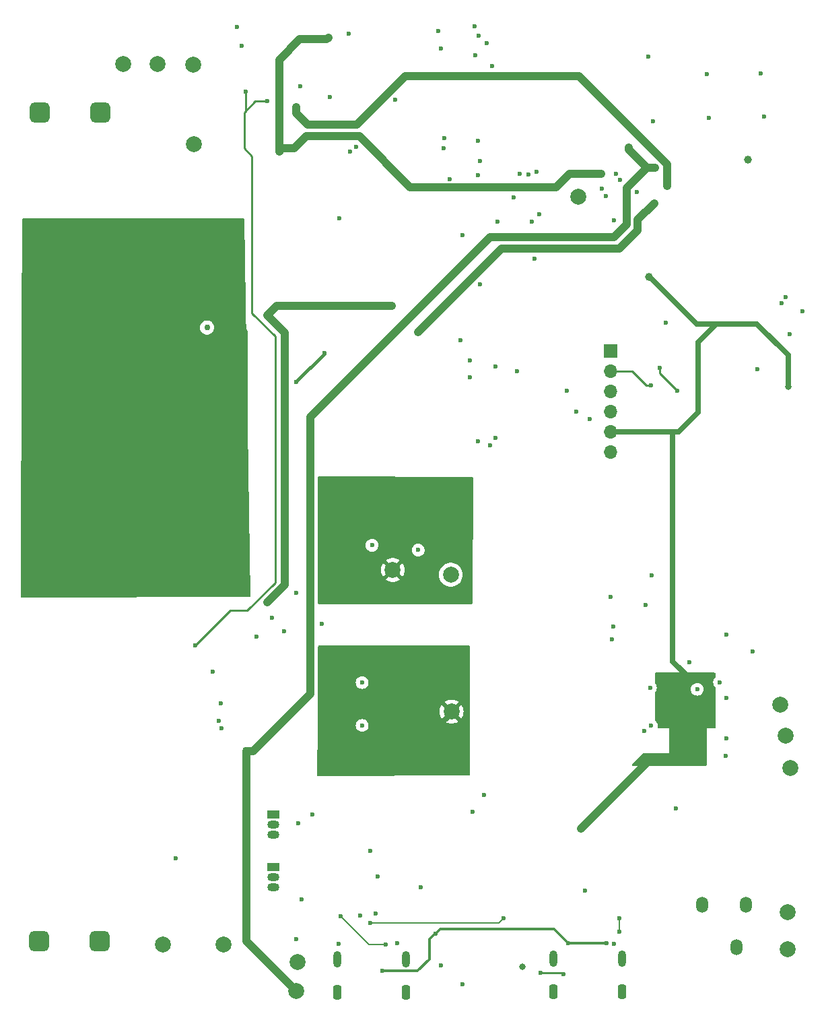
<source format=gbr>
%TF.GenerationSoftware,KiCad,Pcbnew,8.0.4*%
%TF.CreationDate,2025-01-31T21:40:56-05:00*%
%TF.ProjectId,Radiation,52616469-6174-4696-9f6e-2e6b69636164,rev?*%
%TF.SameCoordinates,Original*%
%TF.FileFunction,Copper,L3,Inr*%
%TF.FilePolarity,Positive*%
%FSLAX46Y46*%
G04 Gerber Fmt 4.6, Leading zero omitted, Abs format (unit mm)*
G04 Created by KiCad (PCBNEW 8.0.4) date 2025-01-31 21:40:56*
%MOMM*%
%LPD*%
G01*
G04 APERTURE LIST*
G04 Aperture macros list*
%AMRoundRect*
0 Rectangle with rounded corners*
0 $1 Rounding radius*
0 $2 $3 $4 $5 $6 $7 $8 $9 X,Y pos of 4 corners*
0 Add a 4 corners polygon primitive as box body*
4,1,4,$2,$3,$4,$5,$6,$7,$8,$9,$2,$3,0*
0 Add four circle primitives for the rounded corners*
1,1,$1+$1,$2,$3*
1,1,$1+$1,$4,$5*
1,1,$1+$1,$6,$7*
1,1,$1+$1,$8,$9*
0 Add four rect primitives between the rounded corners*
20,1,$1+$1,$2,$3,$4,$5,0*
20,1,$1+$1,$4,$5,$6,$7,0*
20,1,$1+$1,$6,$7,$8,$9,0*
20,1,$1+$1,$8,$9,$2,$3,0*%
G04 Aperture macros list end*
%TA.AperFunction,ComponentPad*%
%ADD10O,1.000000X2.100000*%
%TD*%
%TA.AperFunction,ComponentPad*%
%ADD11RoundRect,0.250000X-0.250000X-0.650000X0.250000X-0.650000X0.250000X0.650000X-0.250000X0.650000X0*%
%TD*%
%TA.AperFunction,ComponentPad*%
%ADD12O,1.498600X2.006600*%
%TD*%
%TA.AperFunction,ComponentPad*%
%ADD13C,2.000000*%
%TD*%
%TA.AperFunction,ComponentPad*%
%ADD14R,1.500000X1.050000*%
%TD*%
%TA.AperFunction,ComponentPad*%
%ADD15O,1.500000X1.050000*%
%TD*%
%TA.AperFunction,ComponentPad*%
%ADD16RoundRect,0.635000X0.635000X-0.635000X0.635000X0.635000X-0.635000X0.635000X-0.635000X-0.635000X0*%
%TD*%
%TA.AperFunction,ComponentPad*%
%ADD17R,1.700000X1.700000*%
%TD*%
%TA.AperFunction,ComponentPad*%
%ADD18O,1.700000X1.700000*%
%TD*%
%TA.AperFunction,ViaPad*%
%ADD19C,1.000000*%
%TD*%
%TA.AperFunction,ViaPad*%
%ADD20C,0.600000*%
%TD*%
%TA.AperFunction,ViaPad*%
%ADD21C,0.800000*%
%TD*%
%TA.AperFunction,ViaPad*%
%ADD22C,0.762000*%
%TD*%
%TA.AperFunction,ViaPad*%
%ADD23C,0.889000*%
%TD*%
%TA.AperFunction,ViaPad*%
%ADD24C,1.100000*%
%TD*%
%TA.AperFunction,Conductor*%
%ADD25C,1.000000*%
%TD*%
%TA.AperFunction,Conductor*%
%ADD26C,0.700000*%
%TD*%
%TA.AperFunction,Conductor*%
%ADD27C,0.500000*%
%TD*%
%TA.AperFunction,Conductor*%
%ADD28C,0.762000*%
%TD*%
%TA.AperFunction,Conductor*%
%ADD29C,0.254000*%
%TD*%
%TA.AperFunction,Conductor*%
%ADD30C,0.400000*%
%TD*%
%TA.AperFunction,Conductor*%
%ADD31C,0.200000*%
%TD*%
%TA.AperFunction,Conductor*%
%ADD32C,0.300000*%
%TD*%
G04 APERTURE END LIST*
D10*
%TO.N,/MCU/SHELL_GND*%
%TO.C,J1*%
X106280000Y-179920000D03*
X114920000Y-179920000D03*
D11*
X106280000Y-184100000D03*
X114920000Y-184100000D03*
%TD*%
D12*
%TO.N,AGND*%
%TO.C,J3*%
X129300124Y-178500000D03*
%TO.N,/Audio/OUTL*%
X125049942Y-173199998D03*
%TO.N,/Audio/OUTR*%
X130549941Y-173199998D03*
%TD*%
D10*
%TO.N,/MCU/SHELL_GND*%
%TO.C,J2*%
X79102500Y-180020000D03*
X87742500Y-180020000D03*
D11*
X79102500Y-184200000D03*
X87742500Y-184200000D03*
%TD*%
D13*
%TO.N,+3.3V*%
%TO.C,3.3V1*%
X86100000Y-131100000D03*
%TD*%
D14*
%TO.N,/GPIO0*%
%TO.C,Q2*%
X71040000Y-168430000D03*
D15*
%TO.N,Net-(Q2-G)*%
X71040000Y-169700000D03*
%TO.N,Net-(Q2-S)*%
X71040000Y-170970000D03*
%TD*%
D13*
%TO.N,Net-(JP1-A)*%
%TO.C,TP5*%
X61000000Y-67600000D03*
%TD*%
%TO.N,+500V*%
%TO.C,TP3*%
X56500000Y-67500000D03*
%TD*%
%TO.N,+5V*%
%TO.C,5V1*%
X93500000Y-148900000D03*
%TD*%
D16*
%TO.N,Net-(F1-Pad1)*%
%TO.C,F1*%
X41642500Y-177727500D03*
X49262500Y-177727500D03*
%TO.N,GND*%
X41737500Y-73577500D03*
X49357500Y-73577500D03*
%TD*%
D13*
%TO.N,Net-(D1-K)*%
%TO.C,HI-V1*%
X61100000Y-77600000D03*
%TD*%
%TO.N,Net-(Q1-G)*%
%TO.C,TP8*%
X52200000Y-67500000D03*
%TD*%
%TO.N,/I2S_LRCK*%
%TO.C,LRCK*%
X134800000Y-148000000D03*
%TD*%
%TO.N,/I2S_DOUT*%
%TO.C,DOUT1*%
X135500000Y-151900000D03*
%TD*%
%TO.N,/Audio/OUTR*%
%TO.C,OUT R*%
X135800000Y-174100000D03*
%TD*%
%TO.N,VHIGH*%
%TO.C,VHIGH1*%
X93400000Y-131700000D03*
%TD*%
%TO.N,/PWM*%
%TO.C,PWM1*%
X109400000Y-84200000D03*
%TD*%
D14*
%TO.N,Net-(Q3-D)*%
%TO.C,Q3*%
X71115000Y-161860000D03*
D15*
%TO.N,Net-(Q3-G)*%
X71115000Y-163130000D03*
%TO.N,/EN*%
X71115000Y-164400000D03*
%TD*%
D13*
%TO.N,/Audio/OUTL*%
%TO.C,OUT L*%
X135800000Y-178800000D03*
%TD*%
D17*
%TO.N,/CS*%
%TO.C,J5*%
X113500000Y-103560000D03*
D18*
%TO.N,/MOSI*%
X113500000Y-106100000D03*
%TO.N,/MISO*%
X113500000Y-108640000D03*
%TO.N,/SCK*%
X113500000Y-111180000D03*
%TO.N,+3.3V*%
X113500000Y-113720000D03*
%TO.N,GND*%
X113500000Y-116260000D03*
%TD*%
D13*
%TO.N,VBUS*%
%TO.C,VBUS1*%
X74000000Y-184037500D03*
%TD*%
%TO.N,/VSTAT*%
%TO.C,STAT1*%
X74122500Y-180400000D03*
%TD*%
%TO.N,Net-(Q4-C)*%
%TO.C,LS1*%
X64800000Y-178200000D03*
%TO.N,+3.3V*%
X57200000Y-178200000D03*
%TD*%
%TO.N,/I2S_BCK*%
%TO.C,BCK*%
X136100000Y-156000000D03*
%TD*%
D19*
%TO.N,+3.3V*%
X81200000Y-120300000D03*
D20*
%TO.N,AGND*%
X128100000Y-152300000D03*
D19*
%TO.N,VBUS*%
X115800000Y-78000000D03*
D20*
%TO.N,GND*%
X118200000Y-66600000D03*
X125600000Y-68800000D03*
D19*
X130800000Y-79500000D03*
D20*
X79322500Y-178100000D03*
X82250000Y-145250000D03*
X89600000Y-171000000D03*
X80600000Y-63700000D03*
X113900000Y-178100000D03*
X96400000Y-62800000D03*
X74600000Y-172500000D03*
X136028401Y-101500000D03*
X86622500Y-178000000D03*
X83500000Y-128000000D03*
X58800000Y-167300000D03*
X132800000Y-74100000D03*
X69000000Y-139500000D03*
X83922500Y-174300000D03*
X120400000Y-100000000D03*
X110300000Y-171400000D03*
X131928401Y-105900000D03*
X73922500Y-177500000D03*
X94850000Y-89000000D03*
X64600000Y-151000000D03*
X63500000Y-143900000D03*
D21*
X102400000Y-181000000D03*
D20*
X82250000Y-150650000D03*
X67100000Y-65200000D03*
D22*
X62742500Y-100642500D03*
D20*
X132400000Y-68700000D03*
X92177500Y-180800000D03*
X86400000Y-71970000D03*
X64500000Y-147900000D03*
X83300000Y-166400000D03*
X113500000Y-134500000D03*
X125900000Y-74300000D03*
D19*
%TO.N,+5V*%
X86000000Y-97900000D03*
D20*
X80800000Y-151300000D03*
X88900000Y-152700000D03*
D19*
X70300000Y-99100000D03*
X89300000Y-101200000D03*
X119000000Y-85000000D03*
D20*
X70400000Y-135150000D03*
%TO.N,/MCU/SHELL_GND*%
X94900000Y-183200000D03*
D23*
%TO.N,+500V*%
X55200000Y-90500000D03*
D19*
X67400000Y-133400000D03*
D20*
%TO.N,/MCU/RX_LED*%
X113800000Y-138200000D03*
X97600000Y-159400000D03*
%TO.N,/MCU/TX_LED*%
X113700000Y-139800000D03*
X96100000Y-161500000D03*
%TO.N,Net-(Q1-G)*%
X66500000Y-62900000D03*
X101300000Y-84300000D03*
X91800000Y-63400000D03*
X92200000Y-65600000D03*
%TO.N,/MOSI*%
X118600000Y-107900000D03*
X101700000Y-106100000D03*
%TO.N,/I2S_LRCK*%
X103200000Y-81400000D03*
X135000000Y-97600000D03*
%TO.N,/I2S_DOUT*%
X135500000Y-96800000D03*
X104200000Y-81100000D03*
%TO.N,/I2S_BCK*%
X102100000Y-81300000D03*
X137600000Y-98600000D03*
%TO.N,/MUTE*%
X118700000Y-131800000D03*
X124400000Y-146100000D03*
%TO.N,/MISO*%
X108000000Y-108600000D03*
%TO.N,/CS*%
X119700000Y-105700000D03*
X121900000Y-108600000D03*
X99000000Y-105500000D03*
X99000000Y-114500000D03*
%TO.N,/Audio/OUTL*%
X121700000Y-161100000D03*
X123400000Y-142725000D03*
%TO.N,Net-(Q3-G)*%
X74200000Y-162900000D03*
%TO.N,/EN*%
X114700000Y-82100000D03*
X81500000Y-77900000D03*
X96800000Y-81500000D03*
X112900000Y-84100000D03*
%TO.N,Net-(Q3-D)*%
X76000000Y-161800000D03*
%TO.N,/GPIO15*%
X97900000Y-64900000D03*
X78200000Y-71700000D03*
%TO.N,/GPIO16*%
X74500000Y-70300000D03*
X96900000Y-64000000D03*
%TO.N,VHIGH*%
X64200000Y-150100000D03*
X77200000Y-137900000D03*
X89300000Y-128600000D03*
%TO.N,/VSTAT*%
X72400000Y-138800000D03*
X79400000Y-86900000D03*
%TO.N,/BEEP*%
X77500000Y-103800000D03*
X80700000Y-78500000D03*
X74000000Y-107500000D03*
X74000000Y-134000000D03*
X70900000Y-137100000D03*
%TO.N,/SCK*%
X109200000Y-111180000D03*
%TO.N,Net-(J1-CC2)*%
X104700000Y-181700000D03*
X107600000Y-181900000D03*
%TO.N,Net-(J2-CC2)*%
X85222500Y-178200000D03*
X79522500Y-174600000D03*
%TO.N,Net-(U4-IO35)*%
X97100000Y-79700000D03*
X110850000Y-112150000D03*
X92500000Y-78100000D03*
%TO.N,/MCU/TX*%
X96500000Y-66400000D03*
X96800000Y-114900000D03*
%TO.N,/MCU/RX*%
X98600000Y-67800000D03*
X98300000Y-115400000D03*
%TO.N,Net-(U4-IO36)*%
X92600000Y-76800000D03*
X96800000Y-77200000D03*
D19*
%TO.N,+3.3V*%
X109800000Y-163600000D03*
D20*
X123300000Y-144600000D03*
D19*
X123200000Y-154700000D03*
D20*
X100000000Y-174900000D03*
X88300000Y-83000000D03*
D19*
X71800000Y-78500000D03*
D21*
X135828401Y-108100000D03*
D19*
X118300000Y-94300000D03*
X78000000Y-64200000D03*
D20*
X124000000Y-149300000D03*
X121200000Y-149100000D03*
X83300369Y-175455381D03*
X112300000Y-81300000D03*
%TO.N,/USB_D+*%
X95800000Y-106900000D03*
X114600000Y-174900000D03*
X114600000Y-176600000D03*
X95800000Y-104800000D03*
%TO.N,/GPIO0*%
X93300000Y-82000000D03*
X113900000Y-87200000D03*
X99300000Y-87300000D03*
X116800000Y-83600000D03*
X103600000Y-87300000D03*
D24*
%TO.N,VBUS*%
X67700000Y-153900000D03*
D20*
X91500000Y-176800000D03*
X84800000Y-181500000D03*
D19*
X119075000Y-80525000D03*
D20*
X108200000Y-178000000D03*
X113000000Y-178000000D03*
%TO.N,+VBAT*%
X67600000Y-71000000D03*
X61300000Y-140600000D03*
D19*
X120600000Y-82800000D03*
D20*
X70300000Y-72200000D03*
X74000000Y-72900000D03*
%TO.N,/GPIO46*%
X97100000Y-95200000D03*
X103900000Y-92000000D03*
X112400000Y-83200000D03*
X94600000Y-102200000D03*
X114200000Y-81300000D03*
X104500000Y-86400000D03*
%TO.N,Net-(U5-3V3OUT)*%
X82001765Y-174520735D03*
X84200000Y-169600000D03*
%TO.N,AGND*%
X117700000Y-151300000D03*
X131362500Y-141325000D03*
X128000000Y-154500000D03*
X117900000Y-135500000D03*
X128100000Y-147200000D03*
X118500000Y-145900000D03*
X118600000Y-150700000D03*
X128062500Y-139225000D03*
X127200000Y-145200000D03*
%TO.N,GND*%
X118800000Y-74700000D03*
%TD*%
D25*
%TO.N,VBUS*%
X115800000Y-78000000D02*
X115800000Y-78250000D01*
X115800000Y-78250000D02*
X118075000Y-80525000D01*
X119075000Y-80525000D02*
X118925000Y-80525000D01*
D26*
%TO.N,+3.3V*%
X121300000Y-113720000D02*
X113500000Y-113720000D01*
X121900000Y-113720000D02*
X121300000Y-113720000D01*
X121300000Y-113720000D02*
X121300000Y-142600000D01*
X121300000Y-142600000D02*
X123300000Y-144600000D01*
D25*
%TO.N,+5V*%
X89400000Y-101100000D02*
X89300000Y-101200000D01*
D27*
X88900000Y-152700000D02*
X82100000Y-152700000D01*
X82100000Y-152700000D02*
X80800000Y-151400000D01*
D25*
X71500000Y-97900000D02*
X86000000Y-97900000D01*
D27*
X80800000Y-151400000D02*
X80800000Y-151300000D01*
D25*
X116900000Y-87100000D02*
X116900000Y-88400000D01*
X70300000Y-99100000D02*
X71500000Y-97900000D01*
X72500000Y-133000000D02*
X72500000Y-101300000D01*
D27*
X80700000Y-151300000D02*
X80750000Y-151350000D01*
D25*
X70300000Y-135200000D02*
X72500000Y-133000000D01*
X99800000Y-90700000D02*
X89400000Y-101100000D01*
D27*
X90000000Y-152700000D02*
X88900000Y-152700000D01*
D25*
X114600000Y-90700000D02*
X99800000Y-90700000D01*
D27*
X93600000Y-149100000D02*
X90000000Y-152700000D01*
D25*
X119000000Y-85000000D02*
X116900000Y-87100000D01*
X116900000Y-88400000D02*
X114600000Y-90700000D01*
X72500000Y-101300000D02*
X70300000Y-99100000D01*
D27*
X80800000Y-151300000D02*
X80700000Y-151300000D01*
D28*
%TO.N,+500V*%
X67400000Y-101100000D02*
X67400000Y-133400000D01*
X60200000Y-93900000D02*
X67400000Y-101100000D01*
X55200000Y-90500000D02*
X58600000Y-93900000D01*
X58600000Y-93900000D02*
X60200000Y-93900000D01*
D29*
%TO.N,/MOSI*%
X118600000Y-107900000D02*
X118000000Y-107900000D01*
X116200000Y-106100000D02*
X113500000Y-106100000D01*
X118000000Y-107900000D02*
X116200000Y-106100000D01*
%TO.N,/CS*%
X119700000Y-105700000D02*
X119700000Y-106400000D01*
X119700000Y-106400000D02*
X121900000Y-108600000D01*
D30*
%TO.N,/BEEP*%
X77500000Y-103800000D02*
X77500000Y-103900000D01*
X77500000Y-103900000D02*
X74000000Y-107400000D01*
X74000000Y-107400000D02*
X74000000Y-107500000D01*
D29*
%TO.N,Net-(J1-CC2)*%
X107400000Y-181700000D02*
X107600000Y-181900000D01*
X104700000Y-181700000D02*
X107400000Y-181700000D01*
D31*
%TO.N,Net-(J2-CC2)*%
X85222500Y-178200000D02*
X83122500Y-178200000D01*
X83122500Y-178200000D02*
X79522500Y-174600000D01*
D25*
%TO.N,+3.3V*%
X108300000Y-81300000D02*
X112300000Y-81300000D01*
D26*
X126800000Y-100200000D02*
X124300000Y-100200000D01*
D25*
X88300000Y-83000000D02*
X106600000Y-83000000D01*
X71800000Y-67000000D02*
X74400000Y-64400000D01*
X74400000Y-64400000D02*
X77800000Y-64400000D01*
X72200000Y-78100000D02*
X73700000Y-78100000D01*
X81900000Y-76600000D02*
X88300000Y-83000000D01*
X77800000Y-64400000D02*
X78000000Y-64200000D01*
D26*
X124500000Y-111300000D02*
X122080000Y-113720000D01*
X131900000Y-100200000D02*
X135828401Y-104128401D01*
X135828401Y-104128401D02*
X135828401Y-108100000D01*
D25*
X71800000Y-78500000D02*
X72200000Y-78100000D01*
X118700000Y-154700000D02*
X123200000Y-154700000D01*
X109800000Y-163600000D02*
X118700000Y-154700000D01*
D26*
X131900000Y-100200000D02*
X126800000Y-100200000D01*
D31*
X99444619Y-175455381D02*
X100000000Y-174900000D01*
D25*
X71800000Y-78500000D02*
X71800000Y-67000000D01*
D26*
X126800000Y-100200000D02*
X124500000Y-102500000D01*
D31*
X83300369Y-175455381D02*
X99444619Y-175455381D01*
D25*
X73700000Y-78100000D02*
X75200000Y-76600000D01*
D29*
X123800000Y-149100000D02*
X123900000Y-149200000D01*
X121200000Y-149100000D02*
X123800000Y-149100000D01*
D25*
X106600000Y-83000000D02*
X108300000Y-81300000D01*
D26*
X124300000Y-100200000D02*
X118300000Y-94200000D01*
D25*
X75200000Y-76600000D02*
X81900000Y-76600000D01*
D26*
X124500000Y-102500000D02*
X124500000Y-111300000D01*
X122080000Y-113720000D02*
X121900000Y-113720000D01*
D31*
%TO.N,/USB_D+*%
X114600000Y-174900000D02*
X114600000Y-175000000D01*
X114600000Y-176600000D02*
X114600000Y-174900000D01*
D32*
%TO.N,VBUS*%
X108200000Y-178000000D02*
X106400000Y-176200000D01*
D25*
X115500000Y-83100000D02*
X115500000Y-87700000D01*
D32*
X90700000Y-177522500D02*
X90700000Y-180000000D01*
D25*
X75700000Y-146700000D02*
X68500000Y-153900000D01*
X75700000Y-111900000D02*
X75700000Y-146700000D01*
D32*
X90700000Y-180000000D02*
X89200000Y-181500000D01*
D25*
X113900000Y-89300000D02*
X98300000Y-89300000D01*
X68500000Y-153900000D02*
X67700000Y-153900000D01*
D32*
X91500000Y-176800000D02*
X91422500Y-176800000D01*
D25*
X67700000Y-153900000D02*
X67700000Y-177737500D01*
X115500000Y-87700000D02*
X113900000Y-89300000D01*
X118075000Y-80525000D02*
X115500000Y-83100000D01*
D32*
X92100000Y-176200000D02*
X91500000Y-176800000D01*
X106400000Y-176200000D02*
X92100000Y-176200000D01*
X89200000Y-181500000D02*
X84800000Y-181500000D01*
D25*
X67700000Y-177737500D02*
X74000000Y-184037500D01*
D32*
X91422500Y-176800000D02*
X90700000Y-177522500D01*
X108200000Y-178000000D02*
X113000000Y-178000000D01*
D25*
X98300000Y-89300000D02*
X75700000Y-111900000D01*
X119075000Y-80525000D02*
X118075000Y-80525000D01*
D29*
%TO.N,+VBAT*%
X67600000Y-73400000D02*
X67400000Y-73600000D01*
D25*
X87700000Y-69000000D02*
X81600000Y-75100000D01*
D29*
X68800000Y-72200000D02*
X70300000Y-72200000D01*
X68400000Y-98800000D02*
X68400000Y-79100000D01*
D25*
X109500000Y-69000000D02*
X87700000Y-69000000D01*
D29*
X67400000Y-78100000D02*
X67400000Y-73600000D01*
X67400000Y-73600000D02*
X68800000Y-72200000D01*
X71300000Y-132700000D02*
X71300000Y-101700000D01*
D25*
X120600000Y-82800000D02*
X120600000Y-80100000D01*
D29*
X61300000Y-140600000D02*
X65700000Y-136200000D01*
D25*
X120600000Y-80100000D02*
X109500000Y-69000000D01*
X75400000Y-75100000D02*
X74000000Y-73700000D01*
D29*
X68400000Y-79100000D02*
X67400000Y-78100000D01*
X65700000Y-136200000D02*
X67800000Y-136200000D01*
D25*
X81600000Y-75100000D02*
X75400000Y-75100000D01*
X74000000Y-73700000D02*
X74000000Y-72900000D01*
D29*
X67800000Y-136200000D02*
X71300000Y-132700000D01*
X71300000Y-101700000D02*
X68400000Y-98800000D01*
X67600000Y-71000000D02*
X67600000Y-73400000D01*
%TD*%
%TA.AperFunction,Conductor*%
%TO.N,+500V*%
G36*
X67345106Y-86919685D02*
G01*
X67390861Y-86972489D01*
X67402049Y-87021916D01*
X68197888Y-134374351D01*
X68179333Y-134441712D01*
X68127306Y-134488348D01*
X68074335Y-134500434D01*
X39424951Y-134599567D01*
X39357844Y-134580115D01*
X39311907Y-134527469D01*
X39300523Y-134475052D01*
X39442379Y-100642500D01*
X61856144Y-100642500D01*
X61875513Y-100826786D01*
X61875514Y-100826788D01*
X61932774Y-101003014D01*
X62005843Y-101129574D01*
X62025423Y-101163487D01*
X62068612Y-101211454D01*
X62149406Y-101301186D01*
X62149409Y-101301188D01*
X62149412Y-101301191D01*
X62289219Y-101402767D01*
X62299322Y-101410107D01*
X62468595Y-101485473D01*
X62468598Y-101485473D01*
X62468601Y-101485475D01*
X62649851Y-101524000D01*
X62835149Y-101524000D01*
X63016399Y-101485475D01*
X63016402Y-101485473D01*
X63016404Y-101485473D01*
X63073422Y-101460086D01*
X63185678Y-101410107D01*
X63335588Y-101301191D01*
X63459577Y-101163487D01*
X63552226Y-101003013D01*
X63609487Y-100826784D01*
X63628856Y-100642500D01*
X63609487Y-100458216D01*
X63552226Y-100281987D01*
X63459577Y-100121513D01*
X63411014Y-100067578D01*
X63335593Y-99983813D01*
X63335590Y-99983811D01*
X63335589Y-99983810D01*
X63335588Y-99983809D01*
X63185678Y-99874893D01*
X63185677Y-99874892D01*
X63016404Y-99799526D01*
X63016396Y-99799524D01*
X62835149Y-99761000D01*
X62649851Y-99761000D01*
X62468603Y-99799524D01*
X62468595Y-99799526D01*
X62299322Y-99874892D01*
X62149409Y-99983811D01*
X62149406Y-99983813D01*
X62025422Y-100121514D01*
X61932774Y-100281985D01*
X61875514Y-100458211D01*
X61875513Y-100458213D01*
X61856144Y-100642500D01*
X39442379Y-100642500D01*
X39499482Y-87023479D01*
X39519448Y-86956524D01*
X39572443Y-86910991D01*
X39623481Y-86900000D01*
X67278067Y-86900000D01*
X67345106Y-86919685D01*
G37*
%TD.AperFunction*%
%TD*%
%TA.AperFunction,Conductor*%
%TO.N,+3.3V*%
G36*
X125600000Y-151000000D02*
G01*
X125600000Y-155576000D01*
X125580315Y-155643039D01*
X125527511Y-155688794D01*
X125476000Y-155700000D01*
X116299362Y-155700000D01*
X116232323Y-155680315D01*
X116186568Y-155627511D01*
X116176624Y-155558353D01*
X116205649Y-155494797D01*
X116211681Y-155488319D01*
X117563681Y-154136319D01*
X117625004Y-154102834D01*
X117651362Y-154100000D01*
X120900000Y-154100000D01*
X120900000Y-151000000D01*
X120900000Y-150900000D01*
X125600000Y-150900000D01*
X125600000Y-151000000D01*
G37*
%TD.AperFunction*%
%TD*%
%TA.AperFunction,Conductor*%
%TO.N,+3.3V*%
G36*
X126643039Y-144019685D02*
G01*
X126688794Y-144072489D01*
X126700000Y-144124000D01*
X126700000Y-144516560D01*
X126680315Y-144583599D01*
X126663681Y-144604241D01*
X126570184Y-144697737D01*
X126474211Y-144850476D01*
X126414631Y-145020745D01*
X126414630Y-145020750D01*
X126394435Y-145199996D01*
X126394435Y-145200003D01*
X126414630Y-145379249D01*
X126414631Y-145379254D01*
X126474211Y-145549523D01*
X126570184Y-145702262D01*
X126663681Y-145795759D01*
X126697166Y-145857082D01*
X126700000Y-145883440D01*
X126700000Y-150876000D01*
X126680315Y-150943039D01*
X126627511Y-150988794D01*
X126576000Y-151000000D01*
X125600000Y-151000000D01*
X125600000Y-150900000D01*
X120900000Y-150900000D01*
X120900000Y-151000000D01*
X119510520Y-151000000D01*
X119443481Y-150980315D01*
X119397726Y-150927511D01*
X119387300Y-150862117D01*
X119405565Y-150700003D01*
X119405565Y-150699996D01*
X119385369Y-150520750D01*
X119385368Y-150520745D01*
X119325788Y-150350476D01*
X119229815Y-150197737D01*
X119136319Y-150104241D01*
X119102834Y-150042918D01*
X119100000Y-150016560D01*
X119100000Y-146483039D01*
X119119685Y-146416000D01*
X119127055Y-146405724D01*
X119129810Y-146402267D01*
X119129816Y-146402262D01*
X119225789Y-146249522D01*
X119278110Y-146099996D01*
X123594435Y-146099996D01*
X123594435Y-146100003D01*
X123614630Y-146279249D01*
X123614631Y-146279254D01*
X123674211Y-146449523D01*
X123695271Y-146483039D01*
X123770184Y-146602262D01*
X123897738Y-146729816D01*
X124050478Y-146825789D01*
X124220745Y-146885368D01*
X124220750Y-146885369D01*
X124399996Y-146905565D01*
X124400000Y-146905565D01*
X124400004Y-146905565D01*
X124579249Y-146885369D01*
X124579252Y-146885368D01*
X124579255Y-146885368D01*
X124749522Y-146825789D01*
X124902262Y-146729816D01*
X125029816Y-146602262D01*
X125125789Y-146449522D01*
X125185368Y-146279255D01*
X125205565Y-146100000D01*
X125192649Y-145985368D01*
X125185369Y-145920750D01*
X125185368Y-145920745D01*
X125163091Y-145857082D01*
X125125789Y-145750478D01*
X125107106Y-145720745D01*
X125029815Y-145597737D01*
X124902262Y-145470184D01*
X124749523Y-145374211D01*
X124579254Y-145314631D01*
X124579249Y-145314630D01*
X124400004Y-145294435D01*
X124399996Y-145294435D01*
X124220750Y-145314630D01*
X124220745Y-145314631D01*
X124050476Y-145374211D01*
X123897737Y-145470184D01*
X123770184Y-145597737D01*
X123674211Y-145750476D01*
X123614631Y-145920745D01*
X123614630Y-145920750D01*
X123594435Y-146099996D01*
X119278110Y-146099996D01*
X119285368Y-146079255D01*
X119293671Y-146005565D01*
X119305565Y-145900003D01*
X119305565Y-145899996D01*
X119285369Y-145720750D01*
X119285368Y-145720745D01*
X119225789Y-145550478D01*
X119225188Y-145549522D01*
X119129813Y-145397734D01*
X119127050Y-145394269D01*
X119100644Y-145329582D01*
X119100000Y-145316960D01*
X119100000Y-144124000D01*
X119119685Y-144056961D01*
X119172489Y-144011206D01*
X119224000Y-144000000D01*
X126576000Y-144000000D01*
X126643039Y-144019685D01*
G37*
%TD.AperFunction*%
%TD*%
%TA.AperFunction,Conductor*%
%TO.N,+5V*%
G36*
X95743039Y-140619685D02*
G01*
X95788794Y-140672489D01*
X95800000Y-140724000D01*
X95800000Y-156776644D01*
X95780315Y-156843683D01*
X95727511Y-156889438D01*
X95676646Y-156900642D01*
X76725408Y-156999346D01*
X76658267Y-156980011D01*
X76612237Y-156927446D01*
X76600764Y-156874595D01*
X76638719Y-150649996D01*
X81444435Y-150649996D01*
X81444435Y-150650003D01*
X81464630Y-150829249D01*
X81464631Y-150829254D01*
X81524211Y-150999523D01*
X81620184Y-151152262D01*
X81747738Y-151279816D01*
X81900478Y-151375789D01*
X82070745Y-151435368D01*
X82070750Y-151435369D01*
X82249996Y-151455565D01*
X82250000Y-151455565D01*
X82250004Y-151455565D01*
X82429249Y-151435369D01*
X82429252Y-151435368D01*
X82429255Y-151435368D01*
X82599522Y-151375789D01*
X82752262Y-151279816D01*
X82879816Y-151152262D01*
X82975789Y-150999522D01*
X83035368Y-150829255D01*
X83055565Y-150650000D01*
X83035368Y-150470745D01*
X82975789Y-150300478D01*
X82879816Y-150147738D01*
X82752262Y-150020184D01*
X82599523Y-149924211D01*
X82429254Y-149864631D01*
X82429249Y-149864630D01*
X82250004Y-149844435D01*
X82249996Y-149844435D01*
X82070750Y-149864630D01*
X82070745Y-149864631D01*
X81900476Y-149924211D01*
X81747737Y-150020184D01*
X81620184Y-150147737D01*
X81524211Y-150300476D01*
X81464631Y-150470745D01*
X81464630Y-150470750D01*
X81444435Y-150649996D01*
X76638719Y-150649996D01*
X76649390Y-148899994D01*
X91994859Y-148899994D01*
X91994859Y-148900005D01*
X92015385Y-149147729D01*
X92015387Y-149147738D01*
X92076412Y-149388717D01*
X92176266Y-149616364D01*
X92276564Y-149769882D01*
X93017037Y-149029409D01*
X93034075Y-149092993D01*
X93099901Y-149207007D01*
X93192993Y-149300099D01*
X93307007Y-149365925D01*
X93370590Y-149382962D01*
X92629942Y-150123609D01*
X92676768Y-150160055D01*
X92676770Y-150160056D01*
X92895385Y-150278364D01*
X92895396Y-150278369D01*
X93130506Y-150359083D01*
X93375707Y-150400000D01*
X93624293Y-150400000D01*
X93869493Y-150359083D01*
X94104603Y-150278369D01*
X94104614Y-150278364D01*
X94323228Y-150160057D01*
X94323231Y-150160055D01*
X94370056Y-150123609D01*
X93629409Y-149382962D01*
X93692993Y-149365925D01*
X93807007Y-149300099D01*
X93900099Y-149207007D01*
X93965925Y-149092993D01*
X93982962Y-149029409D01*
X94723434Y-149769882D01*
X94823731Y-149616369D01*
X94923587Y-149388717D01*
X94984612Y-149147738D01*
X94984614Y-149147729D01*
X95005141Y-148900005D01*
X95005141Y-148899994D01*
X94984614Y-148652270D01*
X94984612Y-148652261D01*
X94923587Y-148411282D01*
X94823731Y-148183630D01*
X94723434Y-148030116D01*
X93982962Y-148770589D01*
X93965925Y-148707007D01*
X93900099Y-148592993D01*
X93807007Y-148499901D01*
X93692993Y-148434075D01*
X93629410Y-148417037D01*
X94370057Y-147676390D01*
X94370056Y-147676389D01*
X94323229Y-147639943D01*
X94104614Y-147521635D01*
X94104603Y-147521630D01*
X93869493Y-147440916D01*
X93624293Y-147400000D01*
X93375707Y-147400000D01*
X93130506Y-147440916D01*
X92895396Y-147521630D01*
X92895390Y-147521632D01*
X92676761Y-147639949D01*
X92629942Y-147676388D01*
X92629942Y-147676390D01*
X93370590Y-148417037D01*
X93307007Y-148434075D01*
X93192993Y-148499901D01*
X93099901Y-148592993D01*
X93034075Y-148707007D01*
X93017037Y-148770589D01*
X92276564Y-148030116D01*
X92176267Y-148183632D01*
X92076412Y-148411282D01*
X92015387Y-148652261D01*
X92015385Y-148652270D01*
X91994859Y-148899994D01*
X76649390Y-148899994D01*
X76660920Y-147008982D01*
X76663301Y-146985556D01*
X76700499Y-146798544D01*
X76700500Y-146798541D01*
X76700500Y-145249996D01*
X81444435Y-145249996D01*
X81444435Y-145250003D01*
X81464630Y-145429249D01*
X81464631Y-145429254D01*
X81524211Y-145599523D01*
X81620184Y-145752262D01*
X81747738Y-145879816D01*
X81900478Y-145975789D01*
X82070745Y-146035368D01*
X82070750Y-146035369D01*
X82249996Y-146055565D01*
X82250000Y-146055565D01*
X82250004Y-146055565D01*
X82429249Y-146035369D01*
X82429252Y-146035368D01*
X82429255Y-146035368D01*
X82599522Y-145975789D01*
X82752262Y-145879816D01*
X82879816Y-145752262D01*
X82975789Y-145599522D01*
X83035368Y-145429255D01*
X83055565Y-145250000D01*
X83035368Y-145070745D01*
X82975789Y-144900478D01*
X82879816Y-144747738D01*
X82752262Y-144620184D01*
X82599523Y-144524211D01*
X82429254Y-144464631D01*
X82429249Y-144464630D01*
X82250004Y-144444435D01*
X82249996Y-144444435D01*
X82070750Y-144464630D01*
X82070745Y-144464631D01*
X81900476Y-144524211D01*
X81747737Y-144620184D01*
X81620184Y-144747737D01*
X81524211Y-144900476D01*
X81464631Y-145070745D01*
X81464630Y-145070750D01*
X81444435Y-145249996D01*
X76700500Y-145249996D01*
X76700500Y-140724000D01*
X76720185Y-140656961D01*
X76772989Y-140611206D01*
X76824500Y-140600000D01*
X95676000Y-140600000D01*
X95743039Y-140619685D01*
G37*
%TD.AperFunction*%
%TD*%
%TA.AperFunction,Conductor*%
%TO.N,+3.3V*%
G36*
X96075857Y-119399369D02*
G01*
X96142794Y-119419393D01*
X96188280Y-119472429D01*
X96199224Y-119524142D01*
X96100770Y-135276775D01*
X96080666Y-135343690D01*
X96027578Y-135389114D01*
X95976772Y-135400000D01*
X76824500Y-135400000D01*
X76757461Y-135380315D01*
X76711706Y-135327511D01*
X76700500Y-135276000D01*
X76700500Y-131099994D01*
X84594859Y-131099994D01*
X84594859Y-131100005D01*
X84615385Y-131347729D01*
X84615387Y-131347738D01*
X84676412Y-131588717D01*
X84776266Y-131816364D01*
X84876564Y-131969882D01*
X85617037Y-131229409D01*
X85634075Y-131292993D01*
X85699901Y-131407007D01*
X85792993Y-131500099D01*
X85907007Y-131565925D01*
X85970590Y-131582962D01*
X85229942Y-132323609D01*
X85276768Y-132360055D01*
X85276770Y-132360056D01*
X85495385Y-132478364D01*
X85495396Y-132478369D01*
X85730506Y-132559083D01*
X85975707Y-132600000D01*
X86224293Y-132600000D01*
X86469493Y-132559083D01*
X86704603Y-132478369D01*
X86704614Y-132478364D01*
X86923228Y-132360057D01*
X86923231Y-132360055D01*
X86970056Y-132323609D01*
X86229409Y-131582962D01*
X86292993Y-131565925D01*
X86407007Y-131500099D01*
X86500099Y-131407007D01*
X86565925Y-131292993D01*
X86582962Y-131229409D01*
X87323434Y-131969882D01*
X87423731Y-131816369D01*
X87474777Y-131699994D01*
X91894357Y-131699994D01*
X91894357Y-131700005D01*
X91914890Y-131947812D01*
X91914892Y-131947824D01*
X91975936Y-132188881D01*
X92075826Y-132416606D01*
X92211833Y-132624782D01*
X92211836Y-132624785D01*
X92380256Y-132807738D01*
X92576491Y-132960474D01*
X92795190Y-133078828D01*
X93030386Y-133159571D01*
X93275665Y-133200500D01*
X93524335Y-133200500D01*
X93769614Y-133159571D01*
X94004810Y-133078828D01*
X94223509Y-132960474D01*
X94419744Y-132807738D01*
X94588164Y-132624785D01*
X94724173Y-132416607D01*
X94824063Y-132188881D01*
X94885108Y-131947821D01*
X94885109Y-131947812D01*
X94905643Y-131700005D01*
X94905643Y-131699994D01*
X94885109Y-131452187D01*
X94885107Y-131452175D01*
X94824063Y-131211118D01*
X94724173Y-130983393D01*
X94588166Y-130775217D01*
X94561681Y-130746447D01*
X94419744Y-130592262D01*
X94223509Y-130439526D01*
X94223507Y-130439525D01*
X94223506Y-130439524D01*
X94004811Y-130321172D01*
X94004802Y-130321169D01*
X93769616Y-130240429D01*
X93524335Y-130199500D01*
X93275665Y-130199500D01*
X93030383Y-130240429D01*
X92795197Y-130321169D01*
X92795188Y-130321172D01*
X92576493Y-130439524D01*
X92380257Y-130592261D01*
X92211833Y-130775217D01*
X92075826Y-130983393D01*
X91975936Y-131211118D01*
X91914892Y-131452175D01*
X91914890Y-131452187D01*
X91894357Y-131699994D01*
X87474777Y-131699994D01*
X87523587Y-131588717D01*
X87584612Y-131347738D01*
X87584614Y-131347729D01*
X87605141Y-131100005D01*
X87605141Y-131099994D01*
X87584614Y-130852270D01*
X87584612Y-130852261D01*
X87523587Y-130611282D01*
X87423731Y-130383630D01*
X87323434Y-130230116D01*
X86582962Y-130970589D01*
X86565925Y-130907007D01*
X86500099Y-130792993D01*
X86407007Y-130699901D01*
X86292993Y-130634075D01*
X86229410Y-130617037D01*
X86970057Y-129876390D01*
X86970056Y-129876389D01*
X86923229Y-129839943D01*
X86704614Y-129721635D01*
X86704603Y-129721630D01*
X86469493Y-129640916D01*
X86224293Y-129600000D01*
X85975707Y-129600000D01*
X85730506Y-129640916D01*
X85495396Y-129721630D01*
X85495390Y-129721632D01*
X85276761Y-129839949D01*
X85229942Y-129876388D01*
X85229942Y-129876390D01*
X85970590Y-130617037D01*
X85907007Y-130634075D01*
X85792993Y-130699901D01*
X85699901Y-130792993D01*
X85634075Y-130907007D01*
X85617037Y-130970589D01*
X84876564Y-130230116D01*
X84776267Y-130383632D01*
X84676412Y-130611282D01*
X84615387Y-130852261D01*
X84615385Y-130852270D01*
X84594859Y-131099994D01*
X76700500Y-131099994D01*
X76700500Y-127999996D01*
X82694435Y-127999996D01*
X82694435Y-128000003D01*
X82714630Y-128179249D01*
X82714631Y-128179254D01*
X82774211Y-128349523D01*
X82870184Y-128502262D01*
X82997738Y-128629816D01*
X83150478Y-128725789D01*
X83303258Y-128779249D01*
X83320745Y-128785368D01*
X83320750Y-128785369D01*
X83499996Y-128805565D01*
X83500000Y-128805565D01*
X83500004Y-128805565D01*
X83679249Y-128785369D01*
X83679252Y-128785368D01*
X83679255Y-128785368D01*
X83849522Y-128725789D01*
X84002262Y-128629816D01*
X84032082Y-128599996D01*
X88494435Y-128599996D01*
X88494435Y-128600003D01*
X88514630Y-128779249D01*
X88514631Y-128779254D01*
X88574211Y-128949523D01*
X88670184Y-129102262D01*
X88797738Y-129229816D01*
X88950478Y-129325789D01*
X89120745Y-129385368D01*
X89120750Y-129385369D01*
X89299996Y-129405565D01*
X89300000Y-129405565D01*
X89300004Y-129405565D01*
X89479249Y-129385369D01*
X89479252Y-129385368D01*
X89479255Y-129385368D01*
X89649522Y-129325789D01*
X89802262Y-129229816D01*
X89929816Y-129102262D01*
X90025789Y-128949522D01*
X90085368Y-128779255D01*
X90091392Y-128725789D01*
X90105565Y-128600003D01*
X90105565Y-128599996D01*
X90085369Y-128420750D01*
X90085368Y-128420745D01*
X90025788Y-128250476D01*
X89929815Y-128097737D01*
X89802262Y-127970184D01*
X89649523Y-127874211D01*
X89479254Y-127814631D01*
X89479249Y-127814630D01*
X89300004Y-127794435D01*
X89299996Y-127794435D01*
X89120750Y-127814630D01*
X89120745Y-127814631D01*
X88950476Y-127874211D01*
X88797737Y-127970184D01*
X88670184Y-128097737D01*
X88574211Y-128250476D01*
X88514631Y-128420745D01*
X88514630Y-128420750D01*
X88494435Y-128599996D01*
X84032082Y-128599996D01*
X84129816Y-128502262D01*
X84225789Y-128349522D01*
X84285368Y-128179255D01*
X84305565Y-128000000D01*
X84291392Y-127874211D01*
X84285369Y-127820750D01*
X84285368Y-127820745D01*
X84225788Y-127650476D01*
X84129815Y-127497737D01*
X84002262Y-127370184D01*
X83849523Y-127274211D01*
X83679254Y-127214631D01*
X83679249Y-127214630D01*
X83500004Y-127194435D01*
X83499996Y-127194435D01*
X83320750Y-127214630D01*
X83320745Y-127214631D01*
X83150476Y-127274211D01*
X82997737Y-127370184D01*
X82870184Y-127497737D01*
X82774211Y-127650476D01*
X82714631Y-127820745D01*
X82714630Y-127820750D01*
X82694435Y-127999996D01*
X76700500Y-127999996D01*
X76700500Y-119425647D01*
X76720185Y-119358608D01*
X76772989Y-119312853D01*
X76825122Y-119301650D01*
X96075857Y-119399369D01*
G37*
%TD.AperFunction*%
%TD*%
%TA.AperFunction,Conductor*%
%TO.N,+500V*%
G36*
X56098025Y-90859210D02*
G01*
X55559210Y-91398025D01*
X54885691Y-90814309D01*
X55199293Y-90499293D01*
X55514309Y-90185691D01*
X56098025Y-90859210D01*
G37*
%TD.AperFunction*%
%TD*%
M02*

</source>
